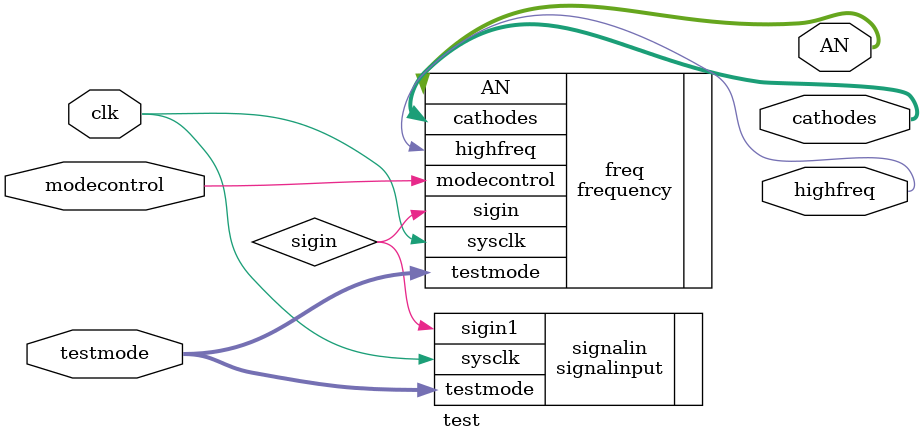
<source format=v>
module test(testmode, clk, modecontrol, highfreq, cathodes, AN);
  input [1 : 0] testmode;
  input clk;
  input modecontrol;
  output highfreq;
  output [6 : 0] cathodes;
  output [3 : 0] AN;
  wire sigin;
  
  // input four signals to be detected
  signalinput signalin(.testmode(testmode), 
                       .sysclk(clk), 
                       .sigin1(sigin));
  
  // the module of frequency detection
  frequency freq(.sigin(sigin), 
                 .testmode(testmode), 
                 .sysclk(clk), 
                 .modecontrol(modecontrol), 
                 .highfreq(highfreq), 
                 .cathodes(cathodes), 
                 .AN(AN));
endmodule

</source>
